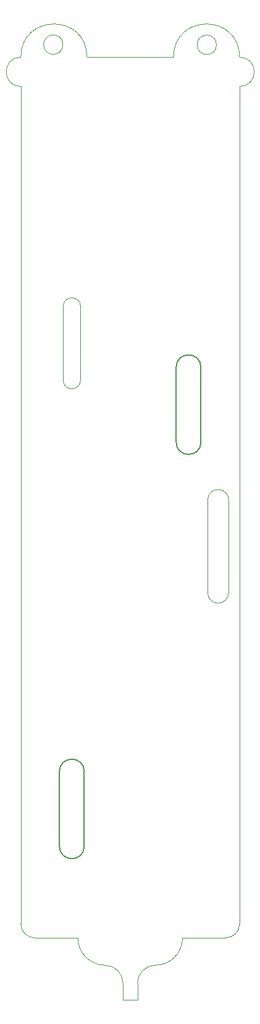
<source format=gm1>
G04 #@! TF.GenerationSoftware,KiCad,Pcbnew,7.0.1*
G04 #@! TF.CreationDate,2023-04-26T20:27:32+02:00*
G04 #@! TF.ProjectId,ispindel_kicad,69737069-6e64-4656-9c5f-6b696361642e,rev?*
G04 #@! TF.SameCoordinates,Original*
G04 #@! TF.FileFunction,Profile,NP*
%FSLAX46Y46*%
G04 Gerber Fmt 4.6, Leading zero omitted, Abs format (unit mm)*
G04 Created by KiCad (PCBNEW 7.0.1) date 2023-04-26 20:27:32*
%MOMM*%
%LPD*%
G01*
G04 APERTURE LIST*
G04 #@! TA.AperFunction,Profile*
%ADD10C,0.100000*%
G04 #@! TD*
G04 #@! TA.AperFunction,Profile*
%ADD11C,0.000030*%
G04 #@! TD*
G04 #@! TA.AperFunction,Profile*
%ADD12C,0.120000*%
G04 #@! TD*
G04 #@! TA.AperFunction,Profile*
%ADD13C,0.150000*%
G04 #@! TD*
G04 APERTURE END LIST*
D10*
X160675236Y-36924765D02*
G75*
G03*
X160675236Y-36924765I-1325236J0D01*
G01*
D11*
X147845160Y-167340800D02*
X149847300Y-167340800D01*
X142912240Y-38613080D02*
X154780540Y-38612920D01*
X152286910Y-162644130D02*
G75*
G03*
X156022630Y-158908390I-10J3735730D01*
G01*
X161915430Y-158908400D02*
G75*
G03*
X163846000Y-156977820I-30J1930600D01*
G01*
D12*
X162349844Y-99116078D02*
X162341078Y-111759078D01*
X159459078Y-111758921D02*
X159467844Y-99115921D01*
D11*
X163846000Y-72820000D02*
X163846020Y-42612920D01*
X163846020Y-42612880D02*
G75*
G03*
X163846020Y-38612920I-20J1999980D01*
G01*
X163846000Y-72820000D02*
X163846000Y-156977820D01*
X147845220Y-165086680D02*
G75*
G03*
X145406760Y-162648280I-2438420J-20D01*
G01*
X163846020Y-38612920D02*
G75*
G03*
X154780540Y-38612920I-4532740J0D01*
G01*
D12*
X162349756Y-99116078D02*
G75*
G03*
X159467844Y-99115921I-1440956J78D01*
G01*
D11*
X149848510Y-165082510D02*
X149847300Y-167340800D01*
X147845160Y-165086680D02*
X147845160Y-167340800D01*
X142912240Y-38613080D02*
G75*
G03*
X133846000Y-38613080I-4533120J0D01*
G01*
X156022630Y-158908390D02*
X161915430Y-158908390D01*
X133845300Y-42613080D02*
X133845300Y-72821800D01*
D10*
X139625236Y-36900000D02*
G75*
G03*
X139625236Y-36900000I-1325236J0D01*
G01*
D11*
X152286910Y-162644110D02*
G75*
G03*
X149848510Y-165082510I-10J-2438390D01*
G01*
X141671120Y-158912560D02*
G75*
G03*
X145406760Y-162648280I3735680J-40D01*
G01*
X133846000Y-38613120D02*
G75*
G03*
X133845300Y-42613080I0J-1999980D01*
G01*
X135775870Y-158910190D02*
X141671040Y-158912560D01*
X133845310Y-156979620D02*
G75*
G03*
X135775870Y-158910190I1930590J20D01*
G01*
X133845300Y-72821800D02*
X133845300Y-156979620D01*
D12*
X159459122Y-111758921D02*
G75*
G03*
X162341078Y-111759078I1440978J-79D01*
G01*
D13*
X139143200Y-146386000D02*
X139143200Y-136200600D01*
D10*
X142038800Y-72680600D02*
X142038800Y-82713600D01*
X139651200Y-82713600D02*
X139651200Y-72680600D01*
D13*
X155143200Y-91166000D02*
X155143200Y-80980600D01*
X158546800Y-91166000D02*
X158546800Y-80980600D01*
X142546800Y-146386000D02*
X142546800Y-136200600D01*
X158546800Y-80980600D02*
G75*
G03*
X155143200Y-80980600I-1701800J0D01*
G01*
X139143200Y-146386000D02*
G75*
G03*
X142546800Y-146386000I1701800J0D01*
G01*
X142546800Y-136200600D02*
G75*
G03*
X139143200Y-136200600I-1701800J0D01*
G01*
D10*
X139651200Y-82713600D02*
G75*
G03*
X142038800Y-82713600I1193800J0D01*
G01*
X142038800Y-72680600D02*
G75*
G03*
X139651200Y-72680600I-1193800J0D01*
G01*
D13*
X155143200Y-91166000D02*
G75*
G03*
X158546800Y-91166000I1701800J0D01*
G01*
M02*

</source>
